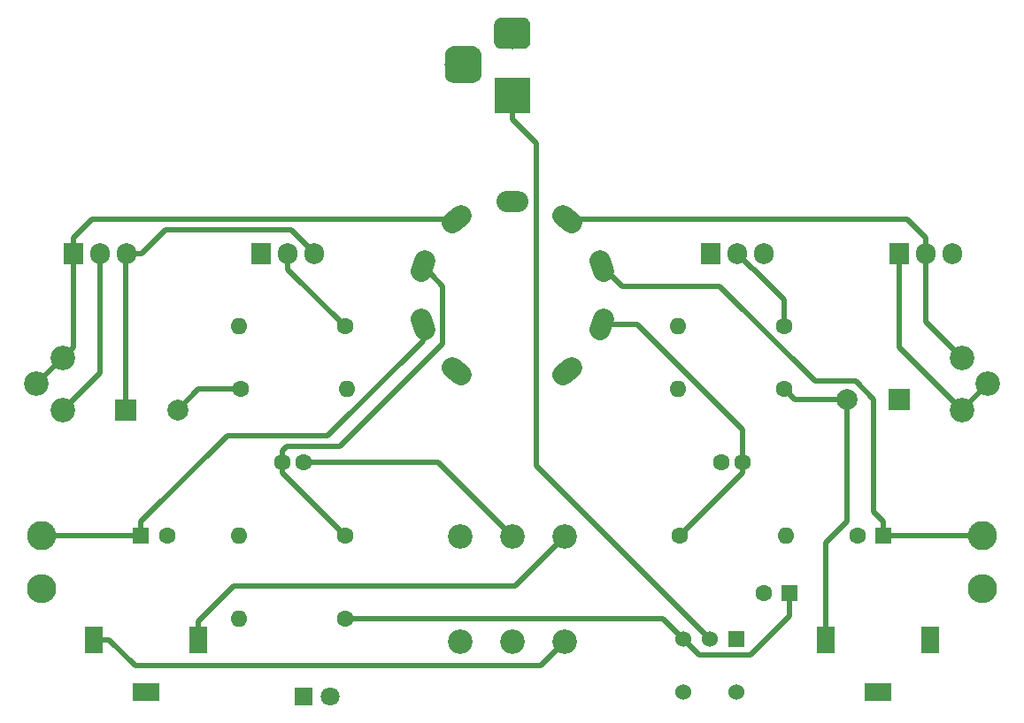
<source format=gbr>
G04 #@! TF.GenerationSoftware,KiCad,Pcbnew,(5.1.0)-1*
G04 #@! TF.CreationDate,2019-04-15T23:00:07-07:00*
G04 #@! TF.ProjectId,12AU7-Amplifier,31324155-372d-4416-9d70-6c6966696572,rev?*
G04 #@! TF.SameCoordinates,Original*
G04 #@! TF.FileFunction,Copper,L1,Top*
G04 #@! TF.FilePolarity,Positive*
%FSLAX46Y46*%
G04 Gerber Fmt 4.6, Leading zero omitted, Abs format (unit mm)*
G04 Created by KiCad (PCBNEW (5.1.0)-1) date 2019-04-15 23:00:07*
%MOMM*%
%LPD*%
G04 APERTURE LIST*
%ADD10O,2.800000X2.800000*%
%ADD11C,2.800000*%
%ADD12C,1.524000*%
%ADD13R,1.524000X1.524000*%
%ADD14C,1.600000*%
%ADD15R,1.600000X1.600000*%
%ADD16C,2.340000*%
%ADD17R,2.500000X1.800000*%
%ADD18R,1.800000X2.500000*%
%ADD19C,2.030000*%
%ADD20C,2.030000*%
%ADD21O,3.050000X2.030000*%
%ADD22O,1.905000X2.000000*%
%ADD23R,1.905000X2.000000*%
%ADD24O,1.600000X1.600000*%
%ADD25C,0.100000*%
%ADD26C,3.500000*%
%ADD27C,3.000000*%
%ADD28R,3.500000X3.500000*%
%ADD29C,1.800000*%
%ADD30R,1.800000X1.800000*%
%ADD31C,2.000000*%
%ADD32R,2.000000X2.000000*%
%ADD33C,0.500000*%
G04 APERTURE END LIST*
D10*
X195000000Y-136080000D03*
D11*
X195000000Y-131000000D03*
D12*
X171450000Y-146050000D03*
X166370000Y-146050000D03*
X166370000Y-140970000D03*
X168910000Y-140970000D03*
D13*
X171450000Y-140970000D03*
D14*
X174030000Y-136500000D03*
D15*
X176530000Y-136500000D03*
D16*
X145025400Y-131123720D03*
X150025400Y-131123720D03*
X155025400Y-131123720D03*
X145025400Y-141203720D03*
X150025400Y-141203720D03*
X155025400Y-141203720D03*
D17*
X185000000Y-146000000D03*
D18*
X190000000Y-141000000D03*
X180000000Y-141000000D03*
D17*
X115000000Y-146000000D03*
D18*
X120000000Y-141000000D03*
X110000000Y-141000000D03*
D19*
X155290000Y-115280000D03*
D20*
X155702599Y-114980230D02*
X154877401Y-115579770D01*
D19*
X158560000Y-110780000D03*
D20*
X158717599Y-110294961D02*
X158402401Y-111265039D01*
D19*
X158560000Y-105220000D03*
D20*
X158402401Y-104734961D02*
X158717599Y-105705039D01*
D19*
X155290000Y-100720000D03*
D20*
X154877401Y-100420230D02*
X155702599Y-101019770D01*
D21*
X150000000Y-99000000D03*
D19*
X144710000Y-100720000D03*
D20*
X145122599Y-100420230D02*
X144297401Y-101019770D01*
D19*
X141440000Y-105220000D03*
D20*
X141597599Y-104734961D02*
X141282401Y-105705039D01*
D19*
X141440000Y-110780000D03*
D20*
X141282401Y-110294961D02*
X141597599Y-111265039D01*
D19*
X144710000Y-115280000D03*
D20*
X144297401Y-114980230D02*
X145122599Y-115579770D01*
D22*
X131080000Y-104000000D03*
X128540000Y-104000000D03*
D23*
X126000000Y-104000000D03*
D22*
X174080000Y-104000000D03*
X171540000Y-104000000D03*
D23*
X169000000Y-104000000D03*
D16*
X107000000Y-119000000D03*
X104500000Y-116500000D03*
X107000000Y-114000000D03*
X193000000Y-114000000D03*
X195500000Y-116500000D03*
X193000000Y-119000000D03*
D24*
X134160000Y-117000000D03*
D14*
X124000000Y-117000000D03*
D24*
X165840000Y-117000000D03*
D14*
X176000000Y-117000000D03*
D24*
X123840000Y-111000000D03*
D14*
X134000000Y-111000000D03*
D24*
X165840000Y-111000000D03*
D14*
X176000000Y-111000000D03*
D10*
X105000000Y-136080000D03*
D11*
X105000000Y-131000000D03*
D24*
X123840000Y-131000000D03*
D14*
X134000000Y-131000000D03*
D24*
X176160000Y-131000000D03*
D14*
X166000000Y-131000000D03*
X134000000Y-139000000D03*
D24*
X123840000Y-139000000D03*
D22*
X113080000Y-104000000D03*
X110540000Y-104000000D03*
D23*
X108000000Y-104000000D03*
D22*
X192080000Y-104000000D03*
X189540000Y-104000000D03*
D23*
X187000000Y-104000000D03*
D25*
G36*
X146260765Y-84154213D02*
G01*
X146345704Y-84166813D01*
X146428999Y-84187677D01*
X146509848Y-84216605D01*
X146587472Y-84253319D01*
X146661124Y-84297464D01*
X146730094Y-84348616D01*
X146793718Y-84406282D01*
X146851384Y-84469906D01*
X146902536Y-84538876D01*
X146946681Y-84612528D01*
X146983395Y-84690152D01*
X147012323Y-84771001D01*
X147033187Y-84854296D01*
X147045787Y-84939235D01*
X147050000Y-85025000D01*
X147050000Y-86775000D01*
X147045787Y-86860765D01*
X147033187Y-86945704D01*
X147012323Y-87028999D01*
X146983395Y-87109848D01*
X146946681Y-87187472D01*
X146902536Y-87261124D01*
X146851384Y-87330094D01*
X146793718Y-87393718D01*
X146730094Y-87451384D01*
X146661124Y-87502536D01*
X146587472Y-87546681D01*
X146509848Y-87583395D01*
X146428999Y-87612323D01*
X146345704Y-87633187D01*
X146260765Y-87645787D01*
X146175000Y-87650000D01*
X144425000Y-87650000D01*
X144339235Y-87645787D01*
X144254296Y-87633187D01*
X144171001Y-87612323D01*
X144090152Y-87583395D01*
X144012528Y-87546681D01*
X143938876Y-87502536D01*
X143869906Y-87451384D01*
X143806282Y-87393718D01*
X143748616Y-87330094D01*
X143697464Y-87261124D01*
X143653319Y-87187472D01*
X143616605Y-87109848D01*
X143587677Y-87028999D01*
X143566813Y-86945704D01*
X143554213Y-86860765D01*
X143550000Y-86775000D01*
X143550000Y-85025000D01*
X143554213Y-84939235D01*
X143566813Y-84854296D01*
X143587677Y-84771001D01*
X143616605Y-84690152D01*
X143653319Y-84612528D01*
X143697464Y-84538876D01*
X143748616Y-84469906D01*
X143806282Y-84406282D01*
X143869906Y-84348616D01*
X143938876Y-84297464D01*
X144012528Y-84253319D01*
X144090152Y-84216605D01*
X144171001Y-84187677D01*
X144254296Y-84166813D01*
X144339235Y-84154213D01*
X144425000Y-84150000D01*
X146175000Y-84150000D01*
X146260765Y-84154213D01*
X146260765Y-84154213D01*
G37*
D26*
X145300000Y-85900000D03*
D25*
G36*
X151073513Y-81403611D02*
G01*
X151146318Y-81414411D01*
X151217714Y-81432295D01*
X151287013Y-81457090D01*
X151353548Y-81488559D01*
X151416678Y-81526398D01*
X151475795Y-81570242D01*
X151530330Y-81619670D01*
X151579758Y-81674205D01*
X151623602Y-81733322D01*
X151661441Y-81796452D01*
X151692910Y-81862987D01*
X151717705Y-81932286D01*
X151735589Y-82003682D01*
X151746389Y-82076487D01*
X151750000Y-82150000D01*
X151750000Y-83650000D01*
X151746389Y-83723513D01*
X151735589Y-83796318D01*
X151717705Y-83867714D01*
X151692910Y-83937013D01*
X151661441Y-84003548D01*
X151623602Y-84066678D01*
X151579758Y-84125795D01*
X151530330Y-84180330D01*
X151475795Y-84229758D01*
X151416678Y-84273602D01*
X151353548Y-84311441D01*
X151287013Y-84342910D01*
X151217714Y-84367705D01*
X151146318Y-84385589D01*
X151073513Y-84396389D01*
X151000000Y-84400000D01*
X149000000Y-84400000D01*
X148926487Y-84396389D01*
X148853682Y-84385589D01*
X148782286Y-84367705D01*
X148712987Y-84342910D01*
X148646452Y-84311441D01*
X148583322Y-84273602D01*
X148524205Y-84229758D01*
X148469670Y-84180330D01*
X148420242Y-84125795D01*
X148376398Y-84066678D01*
X148338559Y-84003548D01*
X148307090Y-83937013D01*
X148282295Y-83867714D01*
X148264411Y-83796318D01*
X148253611Y-83723513D01*
X148250000Y-83650000D01*
X148250000Y-82150000D01*
X148253611Y-82076487D01*
X148264411Y-82003682D01*
X148282295Y-81932286D01*
X148307090Y-81862987D01*
X148338559Y-81796452D01*
X148376398Y-81733322D01*
X148420242Y-81674205D01*
X148469670Y-81619670D01*
X148524205Y-81570242D01*
X148583322Y-81526398D01*
X148646452Y-81488559D01*
X148712987Y-81457090D01*
X148782286Y-81432295D01*
X148853682Y-81414411D01*
X148926487Y-81403611D01*
X149000000Y-81400000D01*
X151000000Y-81400000D01*
X151073513Y-81403611D01*
X151073513Y-81403611D01*
G37*
D27*
X150000000Y-82900000D03*
D28*
X150000000Y-88900000D03*
D29*
X132540000Y-146430000D03*
D30*
X130000000Y-146430000D03*
D31*
X118000000Y-119000000D03*
D32*
X113000000Y-119000000D03*
D31*
X182000000Y-118000000D03*
D32*
X187000000Y-118000000D03*
D14*
X117000000Y-131000000D03*
D15*
X114500000Y-131000000D03*
D14*
X183000000Y-131000000D03*
D15*
X185500000Y-131000000D03*
D14*
X128000000Y-124000000D03*
X130000000Y-124000000D03*
X172000000Y-124000000D03*
X170000000Y-124000000D03*
D33*
X172000000Y-125000000D02*
X172000000Y-124000000D01*
X166000000Y-131000000D02*
X172000000Y-125000000D01*
X159727233Y-110780000D02*
X158560000Y-110780000D01*
X161914002Y-110780000D02*
X159727233Y-110780000D01*
X172000000Y-120865998D02*
X161914002Y-110780000D01*
X172000000Y-124000000D02*
X172000000Y-120865998D01*
X142315741Y-106095741D02*
X141440000Y-105220000D01*
X143361991Y-107141991D02*
X142315741Y-106095741D01*
X143361991Y-112638009D02*
X143361991Y-107141991D01*
X133550001Y-122449999D02*
X143361991Y-112638009D01*
X128418631Y-122449999D02*
X133550001Y-122449999D01*
X128000000Y-122868630D02*
X128418631Y-122449999D01*
X128000000Y-124000000D02*
X128000000Y-122868630D01*
X128000000Y-125000000D02*
X128000000Y-124000000D01*
X134000000Y-131000000D02*
X128000000Y-125000000D01*
X142901680Y-124000000D02*
X130000000Y-124000000D01*
X150025400Y-131123720D02*
X142901680Y-124000000D01*
X185500000Y-131000000D02*
X195000000Y-131000000D01*
X185500000Y-129700000D02*
X185500000Y-131000000D01*
X184550001Y-117959999D02*
X184550001Y-128750001D01*
X184550001Y-128750001D02*
X185500000Y-129700000D01*
X182840001Y-116249999D02*
X184550001Y-117959999D01*
X178955997Y-116249999D02*
X182840001Y-116249999D01*
X169847988Y-107141990D02*
X178955997Y-116249999D01*
X160481990Y-107141990D02*
X169847988Y-107141990D01*
X158560000Y-105220000D02*
X160481990Y-107141990D01*
X114500000Y-129700000D02*
X114500000Y-131000000D01*
X122750011Y-121449989D02*
X114500000Y-129700000D01*
X132354430Y-121449989D02*
X122750011Y-121449989D01*
X141440000Y-112364419D02*
X132354430Y-121449989D01*
X141440000Y-110780000D02*
X141440000Y-112364419D01*
X114500000Y-131000000D02*
X105000000Y-131000000D01*
X177000000Y-118000000D02*
X176000000Y-117000000D01*
X182000000Y-118000000D02*
X177000000Y-118000000D01*
X180000000Y-139250000D02*
X180000000Y-141000000D01*
X180000000Y-131705998D02*
X180000000Y-139250000D01*
X182000000Y-129705998D02*
X180000000Y-131705998D01*
X182000000Y-118000000D02*
X182000000Y-129705998D01*
X120000000Y-117000000D02*
X124000000Y-117000000D01*
X118000000Y-119000000D02*
X120000000Y-117000000D01*
X131080000Y-103952500D02*
X131080000Y-104000000D01*
X128847510Y-101720010D02*
X131080000Y-103952500D01*
X116812490Y-101720010D02*
X128847510Y-101720010D01*
X114532500Y-104000000D02*
X116812490Y-101720010D01*
X113080000Y-104000000D02*
X114532500Y-104000000D01*
X113000000Y-104080000D02*
X113080000Y-104000000D01*
X113000000Y-119000000D02*
X113000000Y-104080000D01*
X167131999Y-141731999D02*
X166370000Y-140970000D01*
X167882001Y-142482001D02*
X167131999Y-141731999D01*
X172812001Y-142482001D02*
X167882001Y-142482001D01*
X176530000Y-138764002D02*
X172812001Y-142482001D01*
X176530000Y-136500000D02*
X176530000Y-138764002D01*
X156768780Y-100720000D02*
X155290000Y-100720000D01*
X187760000Y-100720000D02*
X156768780Y-100720000D01*
X189540000Y-102500000D02*
X187760000Y-100720000D01*
X189540000Y-104000000D02*
X189540000Y-102500000D01*
X189540000Y-110540000D02*
X193000000Y-114000000D01*
X189540000Y-104000000D02*
X189540000Y-110540000D01*
X164400000Y-139000000D02*
X134000000Y-139000000D01*
X166370000Y-140970000D02*
X164400000Y-139000000D01*
X110540000Y-115460000D02*
X110540000Y-104000000D01*
X107000000Y-119000000D02*
X110540000Y-115460000D01*
X187000000Y-113000000D02*
X193000000Y-119000000D01*
X187000000Y-104000000D02*
X187000000Y-113000000D01*
X193000000Y-119000000D02*
X195500000Y-116500000D01*
X104500000Y-116500000D02*
X107000000Y-114000000D01*
X108000000Y-113000000D02*
X107000000Y-114000000D01*
X108000000Y-104000000D02*
X108000000Y-113000000D01*
X143231221Y-100720000D02*
X144710000Y-100720000D01*
X109780000Y-100720000D02*
X143231221Y-100720000D01*
X108000000Y-102500000D02*
X109780000Y-100720000D01*
X108000000Y-104000000D02*
X108000000Y-102500000D01*
X171540000Y-104047500D02*
X171540000Y-104000000D01*
X172992500Y-105500000D02*
X171540000Y-104047500D01*
X173040000Y-105500000D02*
X172992500Y-105500000D01*
X176000000Y-108460000D02*
X173040000Y-105500000D01*
X176000000Y-111000000D02*
X176000000Y-108460000D01*
X128540000Y-105540000D02*
X134000000Y-111000000D01*
X128540000Y-104000000D02*
X128540000Y-105540000D01*
X120000000Y-139250000D02*
X120000000Y-141000000D01*
X123360000Y-135890000D02*
X120000000Y-139250000D01*
X150259120Y-135890000D02*
X123360000Y-135890000D01*
X155025400Y-131123720D02*
X150259120Y-135890000D01*
X111400000Y-141000000D02*
X110000000Y-141000000D01*
X113910000Y-143510000D02*
X111400000Y-141000000D01*
X152719120Y-143510000D02*
X113910000Y-143510000D01*
X155025400Y-141203720D02*
X152719120Y-143510000D01*
X150000000Y-91150000D02*
X150000000Y-88900000D01*
X152275010Y-93425010D02*
X150000000Y-91150000D01*
X152275010Y-124335010D02*
X152275010Y-93425010D01*
X168910000Y-140970000D02*
X152275010Y-124335010D01*
M02*

</source>
